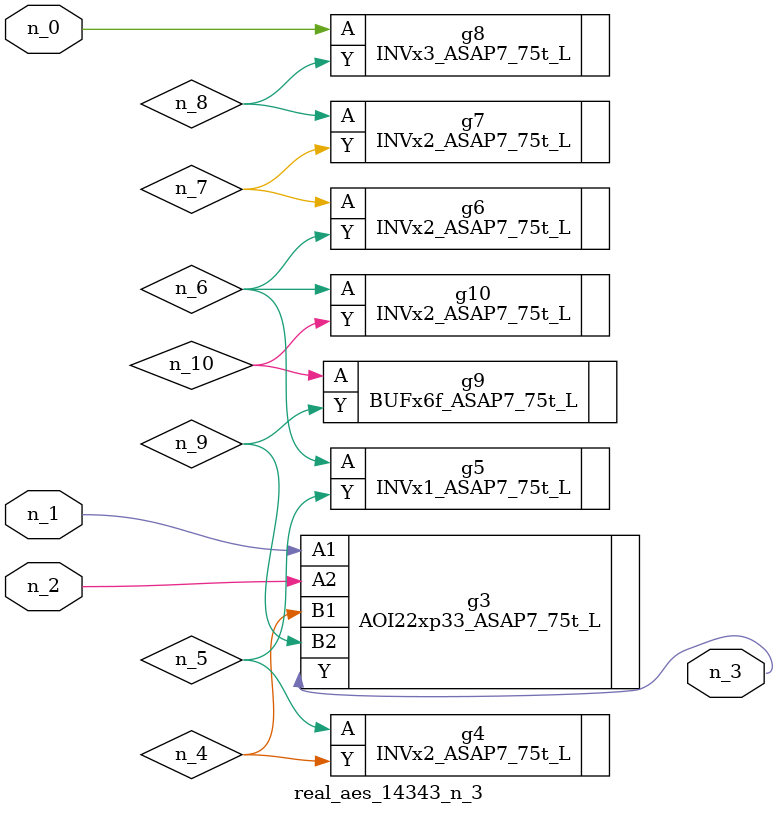
<source format=v>
module real_aes_14343_n_3 (n_0, n_2, n_1, n_3);
input n_0;
input n_2;
input n_1;
output n_3;
wire n_4;
wire n_5;
wire n_7;
wire n_9;
wire n_6;
wire n_8;
wire n_10;
INVx3_ASAP7_75t_L g8 ( .A(n_0), .Y(n_8) );
AOI22xp33_ASAP7_75t_L g3 ( .A1(n_1), .A2(n_2), .B1(n_4), .B2(n_9), .Y(n_3) );
INVx2_ASAP7_75t_L g4 ( .A(n_5), .Y(n_4) );
INVx1_ASAP7_75t_L g5 ( .A(n_6), .Y(n_5) );
INVx2_ASAP7_75t_L g10 ( .A(n_6), .Y(n_10) );
INVx2_ASAP7_75t_L g6 ( .A(n_7), .Y(n_6) );
INVx2_ASAP7_75t_L g7 ( .A(n_8), .Y(n_7) );
BUFx6f_ASAP7_75t_L g9 ( .A(n_10), .Y(n_9) );
endmodule
</source>
